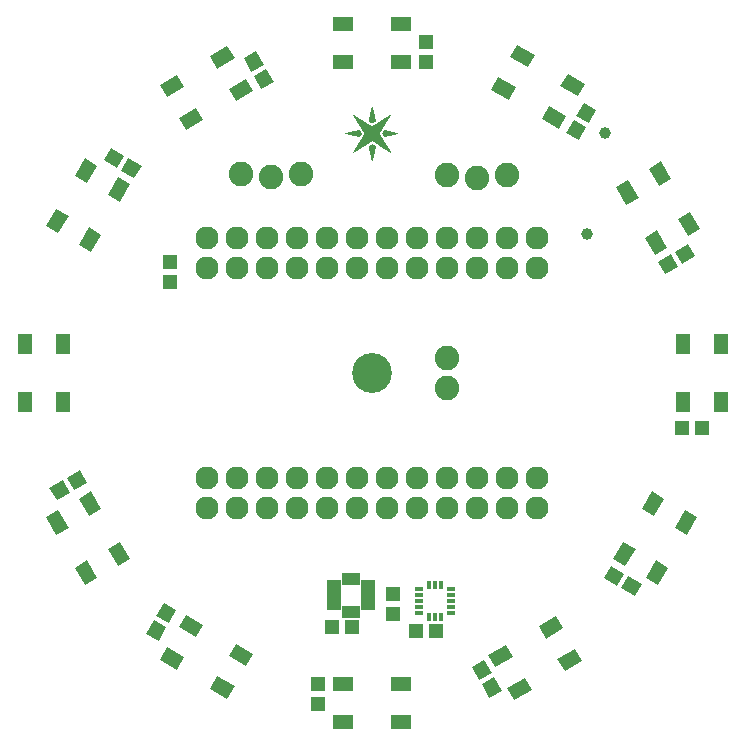
<source format=gts>
G75*
%MOIN*%
%OFA0B0*%
%FSLAX25Y25*%
%IPPOS*%
%LPD*%
%AMOC8*
5,1,8,0,0,1.08239X$1,22.5*
%
%ADD10C,0.13300*%
%ADD11R,0.06706X0.04737*%
%ADD12R,0.04737X0.06706*%
%ADD13R,0.05131X0.04737*%
%ADD14R,0.04737X0.05131*%
%ADD15C,0.00100*%
%ADD16R,0.04550X0.01981*%
%ADD17R,0.01981X0.04150*%
%ADD18C,0.08200*%
%ADD19C,0.03950*%
%ADD20C,0.07700*%
%ADD21R,0.02769X0.01784*%
%ADD22R,0.01784X0.02769*%
D10*
X0130800Y0131800D03*
D11*
G36*
X0082723Y0023295D02*
X0076917Y0026648D01*
X0079285Y0030749D01*
X0085091Y0027396D01*
X0082723Y0023295D01*
G37*
X0121154Y0028099D03*
X0140446Y0028099D03*
G36*
X0177884Y0037058D02*
X0172078Y0033705D01*
X0169710Y0037806D01*
X0175516Y0041159D01*
X0177884Y0037058D01*
G37*
G36*
X0200890Y0035794D02*
X0195084Y0032441D01*
X0192716Y0036542D01*
X0198522Y0039895D01*
X0200890Y0035794D01*
G37*
G36*
X0184183Y0026148D02*
X0178377Y0022795D01*
X0176009Y0026896D01*
X0181815Y0030249D01*
X0184183Y0026148D01*
G37*
X0140446Y0015501D03*
X0121154Y0015501D03*
G36*
X0066016Y0032941D02*
X0060210Y0036294D01*
X0062578Y0040395D01*
X0068384Y0037042D01*
X0066016Y0032941D01*
G37*
G36*
X0089022Y0034205D02*
X0083216Y0037558D01*
X0085584Y0041659D01*
X0091390Y0038306D01*
X0089022Y0034205D01*
G37*
G36*
X0072315Y0043851D02*
X0066509Y0047204D01*
X0068877Y0051305D01*
X0074683Y0047952D01*
X0072315Y0043851D01*
G37*
G36*
X0035294Y0061210D02*
X0031941Y0067016D01*
X0036042Y0069384D01*
X0039395Y0063578D01*
X0035294Y0061210D01*
G37*
G36*
X0046204Y0067509D02*
X0042851Y0073315D01*
X0046952Y0075683D01*
X0050305Y0069877D01*
X0046204Y0067509D01*
G37*
G36*
X0025648Y0077917D02*
X0022295Y0083723D01*
X0026396Y0086091D01*
X0029749Y0080285D01*
X0025648Y0077917D01*
G37*
G36*
X0036558Y0084216D02*
X0033205Y0090022D01*
X0037306Y0092390D01*
X0040659Y0086584D01*
X0036558Y0084216D01*
G37*
G36*
X0194591Y0046704D02*
X0188785Y0043351D01*
X0186417Y0047452D01*
X0192223Y0050805D01*
X0194591Y0046704D01*
G37*
G36*
X0229659Y0067016D02*
X0226306Y0061210D01*
X0222205Y0063578D01*
X0225558Y0069384D01*
X0229659Y0067016D01*
G37*
G36*
X0218749Y0073315D02*
X0215396Y0067509D01*
X0211295Y0069877D01*
X0214648Y0075683D01*
X0218749Y0073315D01*
G37*
G36*
X0239305Y0083723D02*
X0235952Y0077917D01*
X0231851Y0080285D01*
X0235204Y0086091D01*
X0239305Y0083723D01*
G37*
G36*
X0228395Y0090022D02*
X0225042Y0084216D01*
X0220941Y0086584D01*
X0224294Y0092390D01*
X0228395Y0090022D01*
G37*
G36*
X0226042Y0179384D02*
X0229395Y0173578D01*
X0225294Y0171210D01*
X0221941Y0177016D01*
X0226042Y0179384D01*
G37*
G36*
X0236952Y0185683D02*
X0240305Y0179877D01*
X0236204Y0177509D01*
X0232851Y0183315D01*
X0236952Y0185683D01*
G37*
G36*
X0216396Y0196091D02*
X0219749Y0190285D01*
X0215648Y0187917D01*
X0212295Y0193723D01*
X0216396Y0196091D01*
G37*
G36*
X0227306Y0202390D02*
X0230659Y0196584D01*
X0226558Y0194216D01*
X0223205Y0200022D01*
X0227306Y0202390D01*
G37*
G36*
X0189785Y0220749D02*
X0195591Y0217396D01*
X0193223Y0213295D01*
X0187417Y0216648D01*
X0189785Y0220749D01*
G37*
G36*
X0173078Y0230395D02*
X0178884Y0227042D01*
X0176516Y0222941D01*
X0170710Y0226294D01*
X0173078Y0230395D01*
G37*
G36*
X0179377Y0241305D02*
X0185183Y0237952D01*
X0182815Y0233851D01*
X0177009Y0237204D01*
X0179377Y0241305D01*
G37*
X0140446Y0235501D03*
X0121154Y0235501D03*
G36*
X0083216Y0226542D02*
X0089022Y0229895D01*
X0091390Y0225794D01*
X0085584Y0222441D01*
X0083216Y0226542D01*
G37*
G36*
X0060210Y0227806D02*
X0066016Y0231159D01*
X0068384Y0227058D01*
X0062578Y0223705D01*
X0060210Y0227806D01*
G37*
G36*
X0076917Y0237452D02*
X0082723Y0240805D01*
X0085091Y0236704D01*
X0079285Y0233351D01*
X0076917Y0237452D01*
G37*
X0121154Y0248099D03*
X0140446Y0248099D03*
G36*
X0196084Y0231659D02*
X0201890Y0228306D01*
X0199522Y0224205D01*
X0193716Y0227558D01*
X0196084Y0231659D01*
G37*
G36*
X0066509Y0216896D02*
X0072315Y0220249D01*
X0074683Y0216148D01*
X0068877Y0212795D01*
X0066509Y0216896D01*
G37*
G36*
X0031941Y0197584D02*
X0035294Y0203390D01*
X0039395Y0201022D01*
X0036042Y0195216D01*
X0031941Y0197584D01*
G37*
G36*
X0042851Y0191285D02*
X0046204Y0197091D01*
X0050305Y0194723D01*
X0046952Y0188917D01*
X0042851Y0191285D01*
G37*
G36*
X0022295Y0180877D02*
X0025648Y0186683D01*
X0029749Y0184315D01*
X0026396Y0178509D01*
X0022295Y0180877D01*
G37*
G36*
X0033205Y0174578D02*
X0036558Y0180384D01*
X0040659Y0178016D01*
X0037306Y0172210D01*
X0033205Y0174578D01*
G37*
D12*
X0027799Y0141646D03*
X0015201Y0141646D03*
X0015201Y0122354D03*
X0027799Y0122354D03*
X0234501Y0122154D03*
X0247099Y0122154D03*
X0247099Y0141446D03*
X0234501Y0141446D03*
D13*
G36*
X0226097Y0168895D02*
X0230539Y0171460D01*
X0232907Y0167359D01*
X0228465Y0164794D01*
X0226097Y0168895D01*
G37*
G36*
X0231893Y0172241D02*
X0236335Y0174806D01*
X0238703Y0170705D01*
X0234261Y0168140D01*
X0231893Y0172241D01*
G37*
G36*
X0195694Y0211765D02*
X0198259Y0216207D01*
X0202360Y0213839D01*
X0199795Y0209397D01*
X0195694Y0211765D01*
G37*
G36*
X0199040Y0217561D02*
X0201605Y0222003D01*
X0205706Y0219635D01*
X0203141Y0215193D01*
X0199040Y0217561D01*
G37*
G36*
X0094005Y0226497D02*
X0091440Y0230939D01*
X0095541Y0233307D01*
X0098106Y0228865D01*
X0094005Y0226497D01*
G37*
G36*
X0090659Y0232293D02*
X0088094Y0236735D01*
X0092195Y0239103D01*
X0094760Y0234661D01*
X0090659Y0232293D01*
G37*
G36*
X0045939Y0200140D02*
X0041497Y0202705D01*
X0043865Y0206806D01*
X0048307Y0204241D01*
X0045939Y0200140D01*
G37*
G36*
X0051735Y0196794D02*
X0047293Y0199359D01*
X0049661Y0203460D01*
X0054103Y0200895D01*
X0051735Y0196794D01*
G37*
X0234354Y0113600D03*
X0241046Y0113600D03*
G36*
X0210565Y0067506D02*
X0215007Y0064941D01*
X0212639Y0060840D01*
X0208197Y0063405D01*
X0210565Y0067506D01*
G37*
G36*
X0216361Y0064160D02*
X0220803Y0061595D01*
X0218435Y0057494D01*
X0213993Y0060059D01*
X0216361Y0064160D01*
G37*
X0152146Y0045800D03*
X0145454Y0045800D03*
X0124146Y0047300D03*
X0117454Y0047300D03*
G36*
X0168195Y0036203D02*
X0170760Y0031761D01*
X0166659Y0029393D01*
X0164094Y0033835D01*
X0168195Y0036203D01*
G37*
G36*
X0171541Y0030407D02*
X0174106Y0025965D01*
X0170005Y0023597D01*
X0167440Y0028039D01*
X0171541Y0030407D01*
G37*
G36*
X0065706Y0052835D02*
X0063141Y0048393D01*
X0059040Y0050761D01*
X0061605Y0055203D01*
X0065706Y0052835D01*
G37*
G36*
X0062360Y0047039D02*
X0059795Y0042597D01*
X0055694Y0044965D01*
X0058259Y0049407D01*
X0062360Y0047039D01*
G37*
G36*
X0030207Y0091959D02*
X0025765Y0089394D01*
X0023397Y0093495D01*
X0027839Y0096060D01*
X0030207Y0091959D01*
G37*
G36*
X0036003Y0095305D02*
X0031561Y0092740D01*
X0029193Y0096841D01*
X0033635Y0099406D01*
X0036003Y0095305D01*
G37*
D14*
X0137800Y0058146D03*
X0137800Y0051454D03*
X0112900Y0028246D03*
X0112900Y0021554D03*
X0063700Y0162154D03*
X0063700Y0168846D03*
X0148800Y0235454D03*
X0148800Y0242146D03*
D15*
X0130800Y0220600D02*
X0131800Y0216000D01*
X0130800Y0215400D01*
X0129800Y0216000D01*
X0130800Y0220600D01*
X0130799Y0220594D02*
X0130801Y0220594D01*
X0130777Y0220495D02*
X0130823Y0220495D01*
X0130844Y0220397D02*
X0130756Y0220397D01*
X0130734Y0220298D02*
X0130866Y0220298D01*
X0130887Y0220200D02*
X0130713Y0220200D01*
X0130692Y0220101D02*
X0130908Y0220101D01*
X0130930Y0220003D02*
X0130670Y0220003D01*
X0130649Y0219904D02*
X0130951Y0219904D01*
X0130973Y0219806D02*
X0130627Y0219806D01*
X0130606Y0219707D02*
X0130994Y0219707D01*
X0131016Y0219609D02*
X0130584Y0219609D01*
X0130563Y0219510D02*
X0131037Y0219510D01*
X0131058Y0219412D02*
X0130542Y0219412D01*
X0130520Y0219313D02*
X0131080Y0219313D01*
X0131101Y0219214D02*
X0130499Y0219214D01*
X0130477Y0219116D02*
X0131123Y0219116D01*
X0131144Y0219017D02*
X0130456Y0219017D01*
X0130435Y0218919D02*
X0131165Y0218919D01*
X0131187Y0218820D02*
X0130413Y0218820D01*
X0130392Y0218722D02*
X0131208Y0218722D01*
X0131230Y0218623D02*
X0130370Y0218623D01*
X0130349Y0218525D02*
X0131251Y0218525D01*
X0131273Y0218426D02*
X0130327Y0218426D01*
X0130306Y0218328D02*
X0131294Y0218328D01*
X0131315Y0218229D02*
X0130285Y0218229D01*
X0130263Y0218131D02*
X0131337Y0218131D01*
X0131358Y0218032D02*
X0130242Y0218032D01*
X0130220Y0217934D02*
X0131380Y0217934D01*
X0131401Y0217835D02*
X0130199Y0217835D01*
X0130178Y0217737D02*
X0131422Y0217737D01*
X0131444Y0217638D02*
X0130156Y0217638D01*
X0130135Y0217540D02*
X0131465Y0217540D01*
X0131487Y0217441D02*
X0130113Y0217441D01*
X0130092Y0217343D02*
X0131508Y0217343D01*
X0131530Y0217244D02*
X0130070Y0217244D01*
X0130049Y0217146D02*
X0131551Y0217146D01*
X0131572Y0217047D02*
X0130028Y0217047D01*
X0130006Y0216949D02*
X0131594Y0216949D01*
X0131615Y0216850D02*
X0129985Y0216850D01*
X0129963Y0216752D02*
X0131637Y0216752D01*
X0131658Y0216653D02*
X0129942Y0216653D01*
X0129921Y0216555D02*
X0131679Y0216555D01*
X0131701Y0216456D02*
X0129899Y0216456D01*
X0129878Y0216358D02*
X0131722Y0216358D01*
X0131744Y0216259D02*
X0129856Y0216259D01*
X0129835Y0216161D02*
X0131765Y0216161D01*
X0131787Y0216062D02*
X0129814Y0216062D01*
X0129861Y0215964D02*
X0131739Y0215964D01*
X0131575Y0215865D02*
X0130025Y0215865D01*
X0130189Y0215767D02*
X0131411Y0215767D01*
X0131247Y0215668D02*
X0130353Y0215668D01*
X0130517Y0215570D02*
X0131083Y0215570D01*
X0130918Y0215471D02*
X0130682Y0215471D01*
X0130020Y0214486D02*
X0126799Y0214486D01*
X0126737Y0214584D02*
X0129862Y0214584D01*
X0129704Y0214683D02*
X0126674Y0214683D01*
X0126612Y0214781D02*
X0129546Y0214781D01*
X0129387Y0214880D02*
X0126549Y0214880D01*
X0126487Y0214978D02*
X0129229Y0214978D01*
X0129071Y0215077D02*
X0126425Y0215077D01*
X0126362Y0215176D02*
X0128913Y0215176D01*
X0128755Y0215274D02*
X0126300Y0215274D01*
X0126237Y0215373D02*
X0128597Y0215373D01*
X0128439Y0215471D02*
X0126175Y0215471D01*
X0126113Y0215570D02*
X0128280Y0215570D01*
X0128122Y0215668D02*
X0126050Y0215668D01*
X0125988Y0215767D02*
X0127964Y0215767D01*
X0127806Y0215865D02*
X0125925Y0215865D01*
X0125863Y0215964D02*
X0127648Y0215964D01*
X0127490Y0216062D02*
X0125801Y0216062D01*
X0125738Y0216161D02*
X0127332Y0216161D01*
X0127173Y0216259D02*
X0125676Y0216259D01*
X0125613Y0216358D02*
X0127015Y0216358D01*
X0126857Y0216456D02*
X0125551Y0216456D01*
X0125489Y0216555D02*
X0126699Y0216555D01*
X0126541Y0216653D02*
X0125426Y0216653D01*
X0125364Y0216752D02*
X0126383Y0216752D01*
X0126225Y0216850D02*
X0125302Y0216850D01*
X0125239Y0216949D02*
X0126067Y0216949D01*
X0125908Y0217047D02*
X0125177Y0217047D01*
X0125114Y0217146D02*
X0125750Y0217146D01*
X0125592Y0217244D02*
X0125052Y0217244D01*
X0124990Y0217343D02*
X0125434Y0217343D01*
X0125276Y0217441D02*
X0124927Y0217441D01*
X0124865Y0217540D02*
X0125118Y0217540D01*
X0124960Y0217638D02*
X0124802Y0217638D01*
X0124801Y0217737D02*
X0124740Y0217737D01*
X0124700Y0217800D02*
X0130800Y0214000D01*
X0136800Y0217900D01*
X0133000Y0211800D01*
X0137000Y0205500D01*
X0130800Y0209600D01*
X0124700Y0205600D01*
X0128500Y0211800D01*
X0124700Y0217800D01*
X0126861Y0214387D02*
X0130178Y0214387D01*
X0130336Y0214289D02*
X0126924Y0214289D01*
X0126986Y0214190D02*
X0130494Y0214190D01*
X0130652Y0214092D02*
X0127048Y0214092D01*
X0127111Y0213993D02*
X0134366Y0213993D01*
X0134305Y0213895D02*
X0127173Y0213895D01*
X0127236Y0213796D02*
X0134244Y0213796D01*
X0134182Y0213698D02*
X0127298Y0213698D01*
X0127360Y0213599D02*
X0134121Y0213599D01*
X0134060Y0213501D02*
X0127423Y0213501D01*
X0127485Y0213402D02*
X0133998Y0213402D01*
X0133937Y0213304D02*
X0127548Y0213304D01*
X0127610Y0213205D02*
X0133875Y0213205D01*
X0133814Y0213107D02*
X0127672Y0213107D01*
X0127735Y0213008D02*
X0133753Y0213008D01*
X0133691Y0212910D02*
X0127797Y0212910D01*
X0127860Y0212811D02*
X0133630Y0212811D01*
X0133569Y0212713D02*
X0127922Y0212713D01*
X0127984Y0212614D02*
X0133507Y0212614D01*
X0133446Y0212516D02*
X0128047Y0212516D01*
X0128109Y0212417D02*
X0133384Y0212417D01*
X0133323Y0212319D02*
X0128171Y0212319D01*
X0128234Y0212220D02*
X0133262Y0212220D01*
X0133200Y0212122D02*
X0128296Y0212122D01*
X0128359Y0212023D02*
X0133139Y0212023D01*
X0133078Y0211925D02*
X0128421Y0211925D01*
X0128483Y0211826D02*
X0133016Y0211826D01*
X0133046Y0211728D02*
X0128456Y0211728D01*
X0128395Y0211629D02*
X0133109Y0211629D01*
X0133171Y0211531D02*
X0128335Y0211531D01*
X0128275Y0211432D02*
X0133234Y0211432D01*
X0133296Y0211334D02*
X0128214Y0211334D01*
X0128154Y0211235D02*
X0133359Y0211235D01*
X0133421Y0211137D02*
X0128093Y0211137D01*
X0128033Y0211038D02*
X0133484Y0211038D01*
X0133546Y0210940D02*
X0127973Y0210940D01*
X0127912Y0210841D02*
X0133609Y0210841D01*
X0133671Y0210743D02*
X0127852Y0210743D01*
X0127791Y0210644D02*
X0133734Y0210644D01*
X0133797Y0210545D02*
X0127731Y0210545D01*
X0127671Y0210447D02*
X0133859Y0210447D01*
X0133922Y0210348D02*
X0127610Y0210348D01*
X0127550Y0210250D02*
X0133984Y0210250D01*
X0134047Y0210151D02*
X0127490Y0210151D01*
X0127429Y0210053D02*
X0134109Y0210053D01*
X0134172Y0209954D02*
X0127369Y0209954D01*
X0127308Y0209856D02*
X0134234Y0209856D01*
X0134297Y0209757D02*
X0127248Y0209757D01*
X0127188Y0209659D02*
X0134359Y0209659D01*
X0134422Y0209560D02*
X0130860Y0209560D01*
X0130740Y0209560D02*
X0127127Y0209560D01*
X0127067Y0209462D02*
X0130589Y0209462D01*
X0130439Y0209363D02*
X0127007Y0209363D01*
X0126946Y0209265D02*
X0130289Y0209265D01*
X0130139Y0209166D02*
X0126886Y0209166D01*
X0126825Y0209068D02*
X0129988Y0209068D01*
X0129838Y0208969D02*
X0126765Y0208969D01*
X0126705Y0208871D02*
X0129688Y0208871D01*
X0129538Y0208772D02*
X0126644Y0208772D01*
X0126584Y0208674D02*
X0129387Y0208674D01*
X0129237Y0208575D02*
X0126524Y0208575D01*
X0126463Y0208477D02*
X0129087Y0208477D01*
X0128937Y0208378D02*
X0126403Y0208378D01*
X0126342Y0208280D02*
X0128787Y0208280D01*
X0128636Y0208181D02*
X0126282Y0208181D01*
X0126222Y0208083D02*
X0128486Y0208083D01*
X0128336Y0207984D02*
X0126161Y0207984D01*
X0126101Y0207886D02*
X0128186Y0207886D01*
X0128035Y0207787D02*
X0126041Y0207787D01*
X0125980Y0207689D02*
X0127885Y0207689D01*
X0127735Y0207590D02*
X0125920Y0207590D01*
X0125859Y0207492D02*
X0127585Y0207492D01*
X0127435Y0207393D02*
X0125799Y0207393D01*
X0125739Y0207295D02*
X0127284Y0207295D01*
X0127134Y0207196D02*
X0125678Y0207196D01*
X0125618Y0207098D02*
X0126984Y0207098D01*
X0126834Y0206999D02*
X0125558Y0206999D01*
X0125497Y0206901D02*
X0126683Y0206901D01*
X0126533Y0206802D02*
X0125437Y0206802D01*
X0125376Y0206704D02*
X0126383Y0206704D01*
X0126233Y0206605D02*
X0125316Y0206605D01*
X0125256Y0206507D02*
X0126082Y0206507D01*
X0125932Y0206408D02*
X0125195Y0206408D01*
X0125135Y0206309D02*
X0125782Y0206309D01*
X0125632Y0206211D02*
X0125074Y0206211D01*
X0125014Y0206112D02*
X0125482Y0206112D01*
X0125331Y0206014D02*
X0124954Y0206014D01*
X0124893Y0205915D02*
X0125181Y0205915D01*
X0125031Y0205817D02*
X0124833Y0205817D01*
X0124881Y0205718D02*
X0124773Y0205718D01*
X0124730Y0205620D02*
X0124712Y0205620D01*
X0129936Y0206802D02*
X0131664Y0206802D01*
X0131642Y0206704D02*
X0129958Y0206704D01*
X0129981Y0206605D02*
X0131619Y0206605D01*
X0131597Y0206507D02*
X0130003Y0206507D01*
X0130025Y0206408D02*
X0131575Y0206408D01*
X0131552Y0206309D02*
X0130048Y0206309D01*
X0130070Y0206211D02*
X0131530Y0206211D01*
X0131507Y0206112D02*
X0130093Y0206112D01*
X0130115Y0206014D02*
X0131485Y0206014D01*
X0131463Y0205915D02*
X0130137Y0205915D01*
X0130160Y0205817D02*
X0131440Y0205817D01*
X0131418Y0205718D02*
X0130182Y0205718D01*
X0130205Y0205620D02*
X0131395Y0205620D01*
X0131373Y0205521D02*
X0130227Y0205521D01*
X0130249Y0205423D02*
X0131351Y0205423D01*
X0131328Y0205324D02*
X0130272Y0205324D01*
X0130294Y0205226D02*
X0131306Y0205226D01*
X0131283Y0205127D02*
X0130316Y0205127D01*
X0130339Y0205029D02*
X0131261Y0205029D01*
X0131239Y0204930D02*
X0130361Y0204930D01*
X0130384Y0204832D02*
X0131216Y0204832D01*
X0131194Y0204733D02*
X0130406Y0204733D01*
X0130428Y0204635D02*
X0131172Y0204635D01*
X0131149Y0204536D02*
X0130451Y0204536D01*
X0130473Y0204438D02*
X0131127Y0204438D01*
X0131104Y0204339D02*
X0130496Y0204339D01*
X0130518Y0204241D02*
X0131082Y0204241D01*
X0131060Y0204142D02*
X0130540Y0204142D01*
X0130563Y0204044D02*
X0131037Y0204044D01*
X0131015Y0203945D02*
X0130585Y0203945D01*
X0130608Y0203847D02*
X0130992Y0203847D01*
X0130970Y0203748D02*
X0130630Y0203748D01*
X0130652Y0203650D02*
X0130948Y0203650D01*
X0130925Y0203551D02*
X0130675Y0203551D01*
X0130697Y0203453D02*
X0130903Y0203453D01*
X0130880Y0203354D02*
X0130720Y0203354D01*
X0130742Y0203256D02*
X0130858Y0203256D01*
X0130836Y0203157D02*
X0130764Y0203157D01*
X0130787Y0203059D02*
X0130813Y0203059D01*
X0130800Y0203000D02*
X0131800Y0207400D01*
X0130800Y0208100D01*
X0129800Y0207400D01*
X0130800Y0203000D01*
X0129913Y0206901D02*
X0131686Y0206901D01*
X0131709Y0206999D02*
X0129891Y0206999D01*
X0129869Y0207098D02*
X0131731Y0207098D01*
X0131754Y0207196D02*
X0129846Y0207196D01*
X0129824Y0207295D02*
X0131776Y0207295D01*
X0131798Y0207393D02*
X0129802Y0207393D01*
X0129931Y0207492D02*
X0131669Y0207492D01*
X0131528Y0207590D02*
X0130072Y0207590D01*
X0130212Y0207689D02*
X0131388Y0207689D01*
X0131247Y0207787D02*
X0130353Y0207787D01*
X0130494Y0207886D02*
X0131106Y0207886D01*
X0130965Y0207984D02*
X0130635Y0207984D01*
X0130775Y0208083D02*
X0130825Y0208083D01*
X0131456Y0209166D02*
X0134672Y0209166D01*
X0134735Y0209068D02*
X0131605Y0209068D01*
X0131754Y0208969D02*
X0134797Y0208969D01*
X0134860Y0208871D02*
X0131903Y0208871D01*
X0132052Y0208772D02*
X0134922Y0208772D01*
X0134985Y0208674D02*
X0132201Y0208674D01*
X0132350Y0208575D02*
X0135047Y0208575D01*
X0135110Y0208477D02*
X0132499Y0208477D01*
X0132648Y0208378D02*
X0135173Y0208378D01*
X0135235Y0208280D02*
X0132797Y0208280D01*
X0132945Y0208181D02*
X0135298Y0208181D01*
X0135360Y0208083D02*
X0133094Y0208083D01*
X0133243Y0207984D02*
X0135423Y0207984D01*
X0135485Y0207886D02*
X0133392Y0207886D01*
X0133541Y0207787D02*
X0135548Y0207787D01*
X0135610Y0207689D02*
X0133690Y0207689D01*
X0133839Y0207590D02*
X0135673Y0207590D01*
X0135735Y0207492D02*
X0133988Y0207492D01*
X0134137Y0207393D02*
X0135798Y0207393D01*
X0135861Y0207295D02*
X0134286Y0207295D01*
X0134435Y0207196D02*
X0135923Y0207196D01*
X0135986Y0207098D02*
X0134584Y0207098D01*
X0134733Y0206999D02*
X0136048Y0206999D01*
X0136111Y0206901D02*
X0134882Y0206901D01*
X0135031Y0206802D02*
X0136173Y0206802D01*
X0136236Y0206704D02*
X0135180Y0206704D01*
X0135329Y0206605D02*
X0136298Y0206605D01*
X0136361Y0206507D02*
X0135478Y0206507D01*
X0135627Y0206408D02*
X0136423Y0206408D01*
X0136486Y0206309D02*
X0135776Y0206309D01*
X0135925Y0206211D02*
X0136549Y0206211D01*
X0136611Y0206112D02*
X0136074Y0206112D01*
X0136223Y0206014D02*
X0136674Y0206014D01*
X0136736Y0205915D02*
X0136372Y0205915D01*
X0136521Y0205817D02*
X0136799Y0205817D01*
X0136861Y0205718D02*
X0136670Y0205718D01*
X0136819Y0205620D02*
X0136924Y0205620D01*
X0136968Y0205521D02*
X0136986Y0205521D01*
X0134610Y0209265D02*
X0131307Y0209265D01*
X0131158Y0209363D02*
X0134547Y0209363D01*
X0134485Y0209462D02*
X0131009Y0209462D01*
X0134448Y0211728D02*
X0139046Y0211728D01*
X0139272Y0211826D02*
X0134417Y0211826D01*
X0134400Y0211800D02*
X0135000Y0210900D01*
X0139400Y0211800D01*
X0135000Y0212700D01*
X0134400Y0211800D01*
X0134483Y0211925D02*
X0138791Y0211925D01*
X0138565Y0211629D02*
X0134514Y0211629D01*
X0134580Y0211531D02*
X0138083Y0211531D01*
X0137601Y0211432D02*
X0134645Y0211432D01*
X0134711Y0211334D02*
X0137120Y0211334D01*
X0136638Y0211235D02*
X0134777Y0211235D01*
X0134842Y0211137D02*
X0136156Y0211137D01*
X0135675Y0211038D02*
X0134908Y0211038D01*
X0134974Y0210940D02*
X0135193Y0210940D01*
X0134549Y0212023D02*
X0138309Y0212023D01*
X0137827Y0212122D02*
X0134614Y0212122D01*
X0134680Y0212220D02*
X0137346Y0212220D01*
X0136864Y0212319D02*
X0134746Y0212319D01*
X0134811Y0212417D02*
X0136383Y0212417D01*
X0135901Y0212516D02*
X0134877Y0212516D01*
X0134943Y0212614D02*
X0135419Y0212614D01*
X0134428Y0214092D02*
X0130941Y0214092D01*
X0131093Y0214190D02*
X0134489Y0214190D01*
X0134550Y0214289D02*
X0131244Y0214289D01*
X0131396Y0214387D02*
X0134612Y0214387D01*
X0134673Y0214486D02*
X0131548Y0214486D01*
X0131699Y0214584D02*
X0134735Y0214584D01*
X0134796Y0214683D02*
X0131851Y0214683D01*
X0132002Y0214781D02*
X0134857Y0214781D01*
X0134919Y0214880D02*
X0132154Y0214880D01*
X0132305Y0214978D02*
X0134980Y0214978D01*
X0135041Y0215077D02*
X0132457Y0215077D01*
X0132608Y0215176D02*
X0135103Y0215176D01*
X0135164Y0215274D02*
X0132760Y0215274D01*
X0132912Y0215373D02*
X0135226Y0215373D01*
X0135287Y0215471D02*
X0133063Y0215471D01*
X0133215Y0215570D02*
X0135348Y0215570D01*
X0135410Y0215668D02*
X0133366Y0215668D01*
X0133518Y0215767D02*
X0135471Y0215767D01*
X0135532Y0215865D02*
X0133669Y0215865D01*
X0133821Y0215964D02*
X0135594Y0215964D01*
X0135655Y0216062D02*
X0133972Y0216062D01*
X0134124Y0216161D02*
X0135716Y0216161D01*
X0135778Y0216259D02*
X0134276Y0216259D01*
X0134427Y0216358D02*
X0135839Y0216358D01*
X0135901Y0216456D02*
X0134579Y0216456D01*
X0134730Y0216555D02*
X0135962Y0216555D01*
X0136023Y0216653D02*
X0134882Y0216653D01*
X0135033Y0216752D02*
X0136085Y0216752D01*
X0136146Y0216850D02*
X0135185Y0216850D01*
X0135337Y0216949D02*
X0136207Y0216949D01*
X0136269Y0217047D02*
X0135488Y0217047D01*
X0135640Y0217146D02*
X0136330Y0217146D01*
X0136391Y0217244D02*
X0135791Y0217244D01*
X0135943Y0217343D02*
X0136453Y0217343D01*
X0136514Y0217441D02*
X0136094Y0217441D01*
X0136246Y0217540D02*
X0136576Y0217540D01*
X0136637Y0217638D02*
X0136397Y0217638D01*
X0136549Y0217737D02*
X0136698Y0217737D01*
X0136701Y0217835D02*
X0136760Y0217835D01*
X0127200Y0211800D02*
X0126600Y0212700D01*
X0122000Y0211800D01*
X0126600Y0210900D01*
X0127200Y0211800D01*
X0127183Y0211826D02*
X0122134Y0211826D01*
X0122370Y0211728D02*
X0127152Y0211728D01*
X0127086Y0211629D02*
X0122873Y0211629D01*
X0122637Y0211925D02*
X0127117Y0211925D01*
X0127051Y0212023D02*
X0123141Y0212023D01*
X0123644Y0212122D02*
X0126986Y0212122D01*
X0126920Y0212220D02*
X0124148Y0212220D01*
X0124651Y0212319D02*
X0126854Y0212319D01*
X0126789Y0212417D02*
X0125155Y0212417D01*
X0125658Y0212516D02*
X0126723Y0212516D01*
X0126657Y0212614D02*
X0126162Y0212614D01*
X0127020Y0211531D02*
X0123377Y0211531D01*
X0123880Y0211432D02*
X0126955Y0211432D01*
X0126889Y0211334D02*
X0124384Y0211334D01*
X0124887Y0211235D02*
X0126823Y0211235D01*
X0126758Y0211137D02*
X0125391Y0211137D01*
X0125894Y0211038D02*
X0126692Y0211038D01*
X0126626Y0210940D02*
X0126398Y0210940D01*
D16*
X0129415Y0061737D03*
X0129415Y0059769D03*
X0129415Y0057800D03*
X0129415Y0055831D03*
X0129415Y0053863D03*
X0118185Y0053863D03*
X0118185Y0055831D03*
X0118185Y0057800D03*
X0118185Y0059769D03*
X0118185Y0061737D03*
D17*
X0121831Y0063320D03*
X0123800Y0063320D03*
X0125769Y0063320D03*
X0125769Y0052280D03*
X0123800Y0052280D03*
X0121831Y0052280D03*
D18*
X0155800Y0126800D03*
X0155800Y0136800D03*
X0165800Y0196800D03*
X0155800Y0197800D03*
X0175800Y0197800D03*
X0107300Y0198300D03*
X0097300Y0197300D03*
X0087300Y0198300D03*
D19*
X0202703Y0178237D03*
X0208649Y0211958D03*
D20*
X0185800Y0176800D03*
X0175800Y0176800D03*
X0165800Y0176800D03*
X0155800Y0176800D03*
X0145800Y0176800D03*
X0135800Y0176800D03*
X0125800Y0176800D03*
X0115800Y0176800D03*
X0105800Y0176800D03*
X0095800Y0176800D03*
X0085800Y0176800D03*
X0075800Y0176800D03*
X0075800Y0166800D03*
X0085800Y0166800D03*
X0095800Y0166800D03*
X0105800Y0166800D03*
X0115800Y0166800D03*
X0125800Y0166800D03*
X0135800Y0166800D03*
X0145800Y0166800D03*
X0155800Y0166800D03*
X0165800Y0166800D03*
X0175800Y0166800D03*
X0185800Y0166800D03*
X0185800Y0096800D03*
X0175800Y0096800D03*
X0165800Y0096800D03*
X0155800Y0096800D03*
X0145800Y0096800D03*
X0135800Y0096800D03*
X0125800Y0096800D03*
X0115800Y0096800D03*
X0105800Y0096800D03*
X0095800Y0096800D03*
X0085800Y0096800D03*
X0075800Y0096800D03*
X0075800Y0086800D03*
X0085800Y0086800D03*
X0095800Y0086800D03*
X0105800Y0086800D03*
X0115800Y0086800D03*
X0125800Y0086800D03*
X0135800Y0086800D03*
X0145800Y0086800D03*
X0155800Y0086800D03*
X0165800Y0086800D03*
X0175800Y0086800D03*
X0185800Y0086800D03*
D21*
X0157115Y0059737D03*
X0157115Y0057769D03*
X0157115Y0055800D03*
X0157115Y0053831D03*
X0157115Y0051863D03*
X0146485Y0051863D03*
X0146485Y0053831D03*
X0146485Y0055800D03*
X0146485Y0057769D03*
X0146485Y0059737D03*
D22*
X0149831Y0061115D03*
X0151800Y0061115D03*
X0153769Y0061115D03*
X0153769Y0050485D03*
X0151800Y0050485D03*
X0149831Y0050485D03*
M02*

</source>
